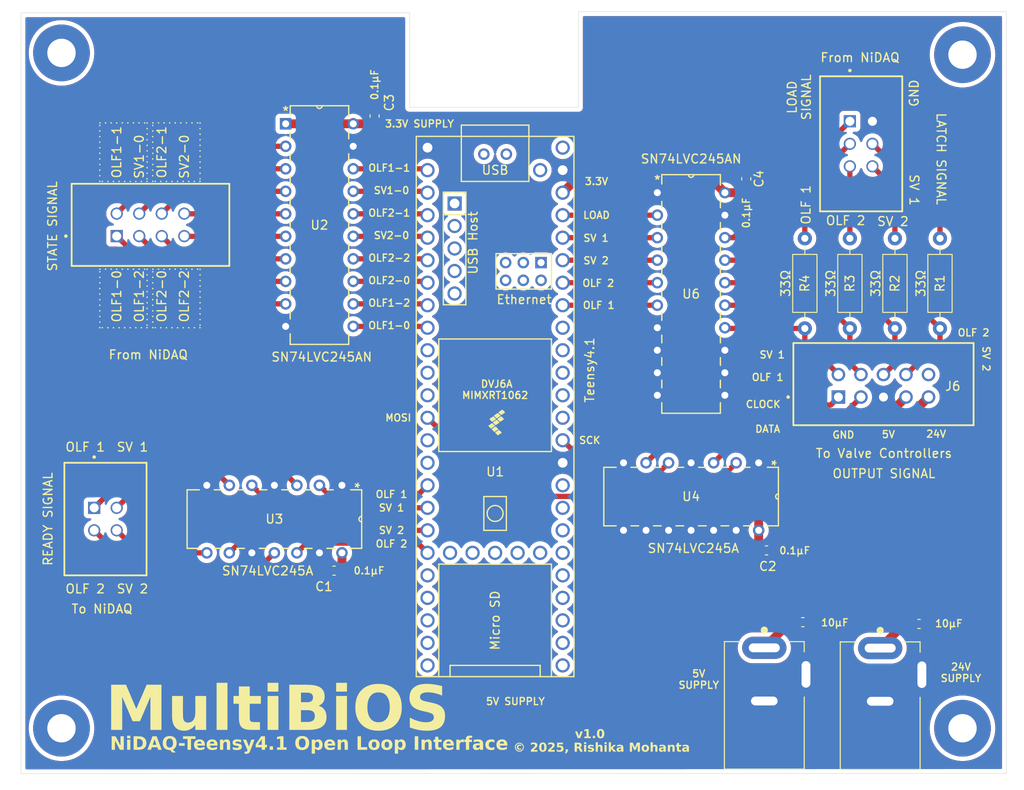
<source format=kicad_pcb>
(kicad_pcb (version 20241229) (generator "pcbnew") (generator_version "9.0")
  (layers (0 "F.Cu" signal "Front") (2 "B.Cu" signal "Back") (13 "F.Paste" user) (15 "B.Paste" user) (5 "F.SilkS" user "F.Silkscreen") (7 "B.SilkS" user "B.Silkscreen") (1 "F.Mask" user) (3 "B.Mask" user) (25 "Edge.Cuts" user))
  (net 0 "")
  (net 1 "+5V")
  (net 2 "GND")
  (net 3 "Net-(U2-DIR)")
  (net 4 "Net-(U2-A8)")
  (net 5 "Net-(U2-A2)")
  (net 6 "Net-(U2-A3)")
  (net 7 "Net-(U2-A5)")
  (net 8 "Net-(U2-A7)")
  (net 9 "Net-(U2-A4)")
  (net 10 "Net-(U2-A6)")
  (net 11 "Net-(U2-A1)")
  (net 12 "Net-(J2-Pad06)")
  (net 13 "Net-(U6-B1)")
  (net 14 "Net-(J2-Pad04)")
  (net 15 "Net-(U3-1Y)")
  (net 16 "Net-(U3-3Y)")
  (net 17 "Net-(U3-4Y)")
  (net 18 "Net-(U3-2Y)")
  (net 19 "Net-(U4-2Y)")
  (net 20 "Net-(U4-1Y)")
  (net 21 "Net-(U6-B3)")
  (net 22 "Net-(U6-B4)")
  (net 23 "Net-(U6-B5)")
  (net 24 "Net-(U6-B2)")
  (net 25 "Net-(U1-0_RX1_CRX2_CS1)")
  (net 28 "Net-(U1-13_SCK_LED)")
  (net 34 "Net-(U1-4_BCLK2)")
  (net 35 "Net-(U1-11_MOSI_CTX1)")
  (net 38 "Net-(U1-5_IN2)")
  (net 45 "Net-(U1-21_A7_RX5_BCLK1)")
  (net 46 "Net-(U1-1_TX1_CTX2_MISO1)")
  (net 49 "Net-(U1-23_A9_CRX1_MCLK1)")
  (net 58 "Net-(U1-22_A8_CTX1)")
  (net 59 "Net-(U1-19_A5_SCL)")
  (net 62 "Net-(U1-7_RX2_OUT1A)")
  (net 67 "Net-(U1-2_OUT2)")
  (net 72 "Net-(U1-3_LRCLK2)")
  (net 73 "Net-(U1-20_A6_TX5_LRCLK1)")
  (net 75 "Net-(U1-6_OUT1D)")
  (net 80 "Net-(J2-Pad05)")
  (net 81 "Net-(U1-26_A12_MOSI1)")
  (net 86 "Net-(U1-24_A10_TX6_SCL2)")
  (net 87 "Net-(U1-27_A13_SCK1)")
  (net 88 "Net-(U1-25_A11_RX6_SDA2)")
  (net 93 "+24V")
  (net 95 "Net-(J2-Pad03)")
  (footprint "TST-103-01-G-D:SAMTEC_TST-103-03-T-D" (layer "F.Cu") (at 213.9922 55.1942 -90)
    (property "Reference" "J2" (hide yes))
    (property "Value" "TST-103-03-T-D")
  )
  (footprint "SN74LVC245AN:N20" (layer "F.Cu") (at 199.898 86.106)
    (property "Reference" "U6")
    (property "Value" "SN74LVC245AN")
  )
  (footprint "Teensy:Teensy41" (layer "F.Cu") (at 173.9872 87.376 -90)
    (property "Reference" "U1")
    (property "Value" "Teensy4.1")
  )
  (footprint "Capacitor_SMD:C_0603_1608Metric" (layer "F.Cu") (at 221.7928 111.9124)
    (property "Reference" "C6" (hide yes))
    (property "Value" "10u")
  )
  (footprint "Capacitor_SMD:C_0603_1608Metric" (layer "F.Cu") (at 202.3082 61.687 -90)
    (property "Reference" "C4")
    (property "Value" "0.1u")
  )
  (footprint "Resistor_THT:R_Axial_DIN0207_L6.3mm_D2.5mm_P10.16mm_Horizontal" (layer "F.Cu") (at 219.0722 78.5622 90)
    (property "Reference" "R2")
    (property "Value" "33")
  )
  (footprint "TST-105-01-G-D:SAMTEC_TST-105-01-X-D" (layer "F.Cu") (at 217.7796 85.0392)
    (property "Reference" "J6")
    (property "Value" "TST-105-01-X-D")
  )
  (footprint "TST-104-01-G-D:SAMTEC_TST-104-01-G-D" (layer "F.Cu") (at 131.318 68.1482)
    (property "Reference" "J1" (hide yes))
    (property "Value" "TST-104-01-G-D")
  )
  (footprint "Resistor_THT:R_Axial_DIN0207_L6.3mm_D2.5mm_P10.16mm_Horizontal" (layer "F.Cu") (at 208.9122 78.5622 90)
    (property "Reference" "R4")
    (property "Value" "33")
  )
  (footprint "Resistor_THT:R_Axial_DIN0207_L6.3mm_D2.5mm_P10.16mm_Horizontal" (layer "F.Cu") (at 224.1522 78.5622 90)
    (property "Reference" "R1")
    (property "Value" "33")
  )
  (footprint "Resistor_THT:R_Axial_DIN0207_L6.3mm_D2.5mm_P10.16mm_Horizontal" (layer "F.Cu") (at 213.9922 78.5622 90)
    (property "Reference" "R3")
    (property "Value" "33")
  )
  (footprint "Capacitor_SMD:C_0603_1608Metric" (layer "F.Cu") (at 160.3982 54.588 90)
    (property "Reference" "C3")
    (property "Value" "0.1u")
  )
  (footprint "TST-102-01-G-D:SAMTEC_TST-102-01-G-D" (layer "F.Cu") (at 128.778 98.806 -90)
    (property "Reference" "J3" (hide yes))
    (property "Value" "TST-102-01-G-D")
  )
  (footprint "SN74AHCT125N:N14" (layer "F.Cu") (at 188.468 101.346 -90)
    (property "Reference" "U4")
    (property "Value" "SN74AHCT125N")
  )
  (footprint "SN74AHCT125N:N14" (layer "F.Cu") (at 141.478 103.886 -90)
    (property "Reference" "U3")
    (property "Value" "SN74AHCT125N")
  )
  (footprint "Capacitor_SMD:C_0603_1608Metric" (layer "F.Cu") (at 204.5942 103.61)
    (property "Reference" "C2")
    (property "Value" "0.1u")
  )
  (footprint "SN74LVC245AN:N20" (layer "F.Cu") (at 157.988 78.3336)
    (property "Reference" "U2")
    (property "Value" "SN74LVC245AN")
  )
  (footprint "MountingHole:MountingHole_3.2mm_M3_Pad" (layer "F.Cu") (at 226.6922 47.6792)
    (property "Reference" "H2" (hide yes))
    (property "Value" "MountingHole_Pad")
  )
  (footprint "MountingHole:MountingHole_3.2mm_M3_Pad" (layer "F.Cu") (at 125.0922 47.476)
    (property "Reference" "H1" (hide yes))
    (property "Value" "MountingHole_Pad")
  )
  (footprint "PJ-002B:CUI_PJ-002B" (layer "F.Cu") (at 204.342 114.602 -90)
    (property "Reference" "J5" (hide yes))
    (property "Value" "PJ-002B")
  )
  (footprint "Capacitor_SMD:C_0603_1608Metric" (layer "F.Cu") (at 208.6864 111.7092)
    (property "Reference" "C5" (hide yes))
    (property "Value" "10u")
  )
  (footprint "Capacitor_SMD:C_0603_1608Metric" (layer "F.Cu") (at 155.8262 105.896 180)
    (property "Reference" "C1")
    (property "Value" "0.1u")
  )
  (footprint "MountingHole:MountingHole_3.2mm_M3_Pad" (layer "F.Cu") (at 125.0922 123.676)
    (property "Reference" "H3" (hide yes))
    (property "Value" "MountingHole_Pad")
  )
  (footprint "MountingHole:MountingHole_3.2mm_M3_Pad" (layer "F.Cu") (at 226.6922 123.676)
    (property "Reference" "H4" (hide yes))
    (property "Value" "MountingHole_Pad")
  )
  (footprint "PJ-002B:CUI_PJ-002B" (layer "F.Cu") (at 217.4094 114.6343 -90)
    (property "Reference" "J7" (hide yes))
    (property "Value" "PJ-002B")
  )
  (gr_rect (start 129.413 55.372) (end 134.747 61.976) (stroke (width 0.15) (type dot)) (fill no) (layer "F.SilkS"))
  (gr_rect (start 135.382 71.882) (end 140.716 78.486) (stroke (width 0.15) (type dot)) (fill no) (layer "F.SilkS"))
  (gr_rect (start 135.382 55.372) (end 140.716 61.976) (stroke (width 0.15) (type dot)) (fill no) (layer "F.SilkS"))
  (gr_rect (start 129.413 71.882) (end 134.747 78.486) (stroke (width 0.15) (type dot)) (fill no) (layer "F.SilkS"))
  (gr_poly (pts (xy 231.648 42.8278) (xy 231.648 128.777929) (xy 120.523 128.806643) (xy 120.523 42.9548) (xy 164.338 42.9548) (xy 164.338 53.6228) (xy 183.388 53.6228) (xy 183.388 42.8278)) (stroke (width 0.05)) (fill no) (layer "Edge.Cuts"))
  (gr_text "SV 2" (at 229.362 81.9912 270) (layer "F.SilkS") (effects (font (size 0.8 0.8))))
  (gr_text "OLF 2" (at 127.762 107.95 0) (layer "F.SilkS") (effects (font (size 1 1))))
  (gr_text "Teensy4.1" (at 184.658 83.2612 90) (layer "F.SilkS") (effects (font (size 1 1))))
  (gr_text "OLF2-2" (at 138.938 74.93 90) (layer "F.SilkS") (effects (font (size 1 1))))
  (gr_text "MultiBiOS" (at 130.048 124.714 0) (layer "F.SilkS") (effects (font (size 5 5) (thickness 0.15) (bold yes)) (justify left bottom)))
  (gr_text "SV 2" (at 218.8464 66.4972 0) (layer "F.SilkS") (effects (font (size 1 1))))
  (gr_text "OLF1-2" (at 133.858 74.93 90) (layer "F.SilkS") (effects (font (size 1 1))))
  (gr_text "OLF2-0" (at 162.052 73.152 0) (layer "F.SilkS") (effects (font (size 0.8 0.8))))
  (gr_text "SV 1" (at 221.234 62.9412 270) (layer "F.SilkS") (effects (font (size 1 1))))
  (gr_text "24V\nSUPPLY" (at 226.5172 117.3988 0) (layer "F.SilkS") (effects (font (size 0.8 0.8))))
  (gr_text "OLF 2" (at 185.6232 73.4568 0) (layer "F.SilkS") (effects (font (size 0.8 0.8))))
  (gr_text "OLF1-2" (at 162.052 75.692 0) (layer "F.SilkS") (effects (font (size 0.8 0.8))))
  (gr_text "33Ω" (at 221.996 73.4822 90) (layer "F.SilkS") (effects (font (size 1 1))))
  (gr_text "To Valve Controllers" (at 217.8304 92.6592 0) (layer "F.SilkS") (effects (font (size 1 1))))
  (gr_text "SV 1" (at 133.096 91.948 0) (layer "F.SilkS") (effects (font (size 1 1))))
  (gr_text "LOAD\nSIGNAL" (at 208.28 52.4764 90) (layer "F.SilkS") (effects (font (size 1 1))))
  (gr_text "SV 2" (at 185.3692 70.9168 0) (layer "F.SilkS") (effects (font (size 0.8 0.8))))
  (gr_text "OLF1-0" (at 162.052 78.232 0) (layer "F.SilkS") (effects (font (size 0.8 0.8))))
  (gr_text "0.1μF" (at 207.772 103.632 0) (layer "F.SilkS") (effects (font (size 0.8 0.8))))
  (gr_text "SV2-0" (at 162.306 68.072 0) (layer "F.SilkS") (effects (font (size 0.8 0.8))))
  (gr_text "SV 2" (at 133.096 107.95 0) (layer "F.SilkS") (effects (font (size 1 1))))
  (gr_text "READY SIGNAL" (at 123.5682 100.076 90) (layer "F.SilkS") (effects (font (size 1 1))))
  (gr_text "OLF 1" (at 209.042 64.6176 90) (layer "F.SilkS") (effects (font (size 1 1))))
  (gr_text "OLF1-1" (at 131.318 58.674 90) (layer "F.SilkS") (effects (font (size 1 1))))
  (gr_text "OLF 1" (at 204.724 84.074 0) (layer "F.SilkS") (effects (font (size 0.8 0.8))))
  (gr_text "33Ω" (at 206.756 73.4822 90) (layer "F.SilkS") (effects (font (size 1 1))))
  (gr_text "SV 1" (at 185.3692 68.3768 0) (layer "F.SilkS") (effects (font (size 0.8 0.8))))
  (gr_text "NiDAQ-Teensy4.1 Open Loop Interface" (at 130.556 126.365 0) (layer "F.SilkS") (effects (font (size 1.5 1.5) (thickness 0.15) (bold yes)) (justify left bottom)))
  (gr_text "OLF1-0" (at 131.318 74.93 90) (layer "F.SilkS") (effects (font (size 1 1))))
  (gr_text "0.1μF" (at 159.766 105.896 0) (layer "F.SilkS") (effects (font (size 0.8 0.8))))
  (gr_text "3.3V SUPPLY" (at 165.4556 55.4736 0) (layer "F.SilkS") (effects (font (size 0.8 0.8))))
  (gr_text "OLF 1" (at 127.762 91.948 0) (layer "F.SilkS") (effects (font (size 1 1))))
  (gr_text "DATA" (at 204.724 89.916 0) (layer "F.SilkS") (effects (font (size 0.8 0.8))))
  (gr_text "5V\nSUPPLY" (at 196.9516 118.1608 0) (layer "F.SilkS") (effects (font (size 0.8 0.8))))
  (gr_text "OLF 1" (at 185.674 75.946 0) (layer "F.SilkS") (effects (font (size 0.8 0.8))))
  (gr_text "OUTPUT SIGNAL" (at 217.8304 94.9452 0) (layer "F.SilkS") (effects (font (size 1 1))))
  (gr_text "STATE SIGNAL" (at 124.0762 67.034 90) (layer "F.SilkS") (effects (font (size 1 1))))
  (gr_text "5V" (at 218.3384 90.5256 0) (layer "F.SilkS") (effects (font (size 0.8 0.8))))
  (gr_text "OLF 1" (at 162.306 97.282 0) (layer "F.SilkS") (effects (font (size 0.8 0.8))))
  (gr_text "SV2-0" (at 138.938 59.182 90) (layer "F.SilkS") (effects (font (size 1 1))))
  (gr_text "SN74LVC245AN" (at 196.088 59.436 0) (layer "F.SilkS") (effects (font (size 1 1))))
  (gr_text "OLF2-2" (at 162.052 70.612 0) (layer "F.SilkS") (effects (font (size 0.8 0.8))))
  (gr_text "SN74LVC245A" (at 196.342 103.378 0) (layer "F.SilkS") (effects (font (size 1 1))))
  (gr_text "SV 1" (at 205.232 81.534 0) (layer "F.SilkS") (effects (font (size 0.8 0.8))))
  (gr_text "OLF 2" (at 227.9396 79.0448 0) (layer "F.SilkS") (effects (font (size 0.8 0.8))))
  (gr_text "LOAD" (at 185.42 65.786 0) (layer "F.SilkS") (effects (font (size 0.8 0.8))))
  (gr_text "To NiDAQ" (at 129.6642 110.214 0) (layer "F.SilkS") (effects (font (size 1 1))))
  (gr_text "v1.0" (at 182.9816 124.968 0) (layer "F.SilkS") (effects (font (size 1 1) (thickness 0.15) (bold yes)) (justify left bottom)))
  (gr_text "SCK" (at 184.658 91.186 0) (layer "F.SilkS") (effects (font (size 0.8 0.8))))
  (gr_text "3.3V" (at 185.42 61.976 0) (layer "F.SilkS") (effects (font (size 0.8 0.8))))
  (gr_text "OLF1-1" (at 162.052 60.452 0) (layer "F.SilkS") (effects (font (size 0.8 0.8))))
  (gr_text "OLF2-1" (at 162.052 65.532 0) (layer "F.SilkS") (effects (font (size 0.8 0.8))))
  (gr_text "SV 1" (at 162.306 98.806 0) (layer "F.SilkS") (effects (font (size 0.8 0.8))))
  (gr_text "CLOCK" (at 204.216 87.122 0) (layer "F.SilkS") (effects (font (size 0.8 0.8))))
  (gr_text "MOSI" (at 163.068 88.646 0) (layer "F.SilkS") (effects (font (size 0.8 0.8))))
  (gr_text "0.1μF" (at 160.3982 51.054 90) (layer "F.SilkS") (effects (font (size 0.8 0.8))))
  (gr_text "24V" (at 223.7232 90.4748 0) (layer "F.SilkS") (effects (font (size 0.8 0.8))))
  (gr_text "SV 2" (at 162.306 101.346 0) (layer "F.SilkS") (effects (font (size 0.8 0.8))))
  (gr_text "SN74LVC245AN" (at 154.432 81.788 0) (layer "F.SilkS") (effects (font (size 1 1))))
  (gr_text "LATCH SIGNAL" (at 224.282 59.436 270) (layer "F.SilkS") (effects (font (size 1 1))))
  (gr_text "GND" (at 213.2584 90.5764 0) (layer "F.SilkS") (effects (font (size 0.8 0.8))))
  (gr_text "© 2025, Rishika Mohanta" (at 176.022 126.492 0) (layer "F.SilkS") (effects (font (size 1 1) (thickness 0.15) (bold yes)) (justify left bottom)))
  (gr_text "From NiDAQ" (at 134.874 81.534 0) (layer "F.SilkS") (effects (font (size 1 1))))
  (gr_text "33Ω" (at 211.836 73.4822 90) (layer "F.SilkS") (effects (font (size 1 1))))
  (gr_text "SV1-0" (at 162.306 62.992 0) (layer "F.SilkS") (effects (font (size 0.8 0.8))))
  (gr_text "OLF 2" (at 213.5124 66.3956 0) (layer "F.SilkS") (effects (font (size 1 1))))
  (gr_text "33Ω" (at 216.916 73.4822 90) (layer "F.SilkS") (effects (font (size 1 1))))
  (gr_text "GND" (at 221.234 52.0192 90) (layer "F.SilkS") (effects (font (size 1 1))))
  (gr_text "10μF" (at 212.2932 111.76 0) (layer "F.SilkS") (effects (font (size 0.8 0.8))))
  (gr_text "OLF2-0" (at 136.398 74.93 90) (layer "F.SilkS") (effects (font (size 1 1))))
  (gr_text "OLF2-1" (at 136.398 58.674 90) (layer "F.SilkS") (effects (font (size 1 1))))
  (gr_text "OLF 2" (at 162.306 102.87 0) (layer "F.SilkS") (effects (font (size 0.8 0.8))))
  (gr_text "SN74LVC245A" (at 148.336 105.918 0) (layer "F.SilkS") (effects (font (size 1 1))))
  (gr_text "10μF" (at 225.1456 111.8616 0) (layer "F.SilkS") (effects (font (size 0.8 0.8))))
  (gr_text "5V SUPPLY" (at 176.276 120.65 0) (layer "F.SilkS") (effects (font (size 0.8 0.8))))
  (gr_text "From NiDAQ" (at 215.138 48.006 0) (layer "F.SilkS") (effects (font (size 1 1))))
  (gr_text "SV1-0" (at 133.858 59.182 90) (layer "F.SilkS") (effects (font (size 1 1))))
  (gr_text "0.1μF" (at 202.3082 65.532 90) (layer "F.SilkS") (effects (font (size 0.8 0.8))))
  (segment (start 203.708 99.1334) (end 209.0392 93.8022) (width 1) (layer "F.Cu") (net 1))
  (segment (start 207.2348 111.7092) (end 204.342 114.602) (width 1) (layer "F.Cu") (net 1))
  (segment (start 209.0392 93.8022) (end 212.8266 93.8022) (width 1) (layer "F.Cu") (net 1))
  (segment (start 207.9114 111.7092) (end 207.2348 111.7092) (width 1) (layer "F.Cu") (net 1))
  (segment (start 156.718 111.6138) (end 156.718 111.484) (width 1) (layer "F.Cu") (net 1))
  (segment (start 203.708 101.346) (end 203.708 99.1334) (width 1) (layer "F.Cu") (net 1))
  (segment (start 220.3196 86.3092) (end 216.2556 90.3732) (width 1) (layer "F.Cu") (net 1))
  (segment (start 212.8266 93.8022) (end 207.9114 98.7174) (width 1) (layer "F.Cu") (net 1))
  (segment (start 203.607 104.0892) (end 203.708 104.0892) (width 1) (layer "F.Cu") (net 1))
  (segment (start 156.718 103.886) (end 156.718 105.9942) (width 1) (layer "F.Cu") (net 1))
  (segment (start 156.718 105.9942) (end 156.718 111.484) (width 1) (layer "F.Cu") (net 1))
  (segment (start 165.7322 120.628) (end 156.718 111.6138) (width 1) (layer "F.Cu") (net 1))
  (segment (start 204.342 114.602) (end 206.361 114.602) (width 1) (layer "F.Cu") (net 1))
  (segment (start 203.708 104.0892) (end 203.708 101.346) (width 1) (layer "F.Cu") (net 1))
  (segment (start 187.0682 120.628) (end 203.607 104.0892) (width 1) (layer "F.Cu") (net 1))
  (segment (start 165.7322 120.628) (end 187.0682 120.628) (width 1) (layer "F.Cu") (net 1))
  (segment (start 212.8266 93.8022) (end 216.2556 90.3732) (width 1) (layer "F.Cu") (net 1))
  (segment (start 207.9114 98.7174) (end 207.9114 111.7092) (width 1) (layer "F.Cu") (net 1))
  (segment (start 181.6072 63.246) (end 182.9059 61.9473) (width 1) (layer "F.Cu") (net 3))
  (segment (start 201.5242 63.246) (end 202.3082 62.462) (width 1) (layer "F.Cu") (net 3))
  (segment (start 161.6682 55.4736) (end 157.988 55.4736) (width 1) (layer "F.Cu") (net 3))
  (segment (start 163.1922 55.4736) (end 161.6682 55.4736) (width 1) (layer "F.Cu") (net 3))
  (segment (start 182.9059 61.9473) (end 188.5922 61.9473) (width 1) (layer "F.Cu") (net 3))
  (segment (start 190.5722 61.9473) (end 198.5993 61.9473) (width 1) (layer "F.Cu") (net 3))
  (segment (start 199.898 63.246) (end 201.5242 63.246) (width 1) (layer "F.Cu") (net 3))
  (segment (start 188.5922 61.9473) (end 182.1185 55.4736) (width 1) (layer "F.Cu") (net 3))
  (segment (start 182.1185 55.4736) (end 163.1922 55.4736) (width 1) (layer "F.Cu") (net 3))
  (segment (start 198.5993 61.9473) (end 199.898 63.246) (width 1) (layer "F.Cu") (net 3))
  (segment (start 188.5922 61.9473) (end 190.5722 61.9473) (width 1) (layer "F.Cu") (net 3))
  (segment (start 150.368 55.4736) (end 157.988 55.4736) (width 1) (layer "F.Cu") (net 3))
  (segment (start 138.9634 75.7936) (end 131.318 68.1482) (width 0.6) (layer "F.Cu") (net 4))
  (segment (start 150.368 75.7936) (end 138.9634 75.7936) (width 0.6) (layer "F.Cu") (net 4))
  (segment (start 150.368 60.5536) (end 138.9126 60.5536) (width 0.6) (layer "F.Cu") (net 5))
  (segment (start 138.9126 60.5536) (end 133.858 65.6082) (width 0.6) (layer "F.Cu") (net 5))
  (segment (start 150.368 63.0936) (end 138.9126 63.0936) (width 0.6) (layer "F.Cu") (net 6))
  (segment (start 138.9126 63.0936) (end 136.398 65.6082) (width 0.6) (layer "F.Cu") (net 6))
  (segment (start 138.9634 68.1736) (end 138.938 68.1482) (width 0.6) (layer "F.Cu") (net 7))
  (segment (start 150.368 68.1736) (end 138.9634 68.1736) (width 0.6) (layer "F.Cu") (net 7))
  (segment (start 150.368 73.2536) (end 138.9634 73.2536) (width 0.6) (layer "F.Cu") (net 8))
  (segment (start 138.9634 73.2536) (end 133.858 68.1482) (width 0.6) (layer "F.Cu") (net 8))
  (segment (start 150.368 65.6336) (end 138.9634 65.6336) (width 0.6) (layer "F.Cu") (net 9))
  (segment (start 138.9634 65.6336) (end 138.938 65.6082) (width 0.6) (layer "F.Cu") (net 9))
  (segment (start 150.368 70.7136) (end 138.9634 70.7136) (width 0.6) (layer "F.Cu") (net 10))
  (segment (start 138.9634 70.7136) (end 136.398 68.1482) (width 0.6) (layer "F.Cu") (net 10))
  (segment (start 138.9126 58.0136) (end 131.318 65.6082) (width 0.6) (layer "F.Cu") (net 11))
  (segment (start 150.368 58.0136) (end 138.9126 58.0136) (width 0.6) (layer "F.Cu") (net 11))
  (segment (start 216.5322 60.2742) (end 219.0722 62.8142) (width 0.6) (layer "F.Cu") (net 12))
  (segment (start 219.0722 62.8142) (end 219.0722 68.4022) (width 0.6) (layer "F.Cu") (net 12))
  (segment (start 213.9922 55.1942) (end 200.8604 68.326) (width 0.6) (layer "F.Cu") (net 13))
  (segment (start 200.8604 68.326) (end 199.898 68.326) (width 0.6) (layer "F.Cu") (net 13))
  (segment (start 224.1522 65.3542) (end 224.1522 68.4022) (width 0.6) (layer "F.Cu") (net 14))
  (segment (start 216.5322 57.7342) (end 224.1522 65.3542) (width 0.6) (layer "F.Cu") (net 14))
  (segment (start 133.6548 93.9292) (end 149.3012 93.9292) (width 0.6) (layer "F.Cu") (net 15))
  (segment (start 128.778 98.806) (end 133.6548 93.9292) (width 0.6) (layer "F.Cu") (net 15))
  (segment (start 149.3012 93.9292) (end 151.638 96.266) (width 0.6) (layer "F.Cu") (net 15))
  (segment (start 133.858 103.886) (end 141.478 103.886) (width 0.6) (layer "F.Cu") (net 16))
  (segment (start 131.318 101.346) (end 133.858 103.886) (width 0.6) (layer "F.Cu") (net 16))
  (segment (start 128.778 101.346) (end 133.4262 105.9942) (width 0.6) (layer "F.Cu") (net 17))
  (segment (start 146.9898 105.9942) (end 149.098 103.886) (width 0.6) (layer "F.Cu") (net 17))
  (segment (start 133.4262 105.9942) (end 146.9898 105.9942) (width 0.6) (layer "F.Cu") (net 17))
  (segment (start 144.018 96.266) (end 142.9193 95.1673) (width 0.6) (layer "F.Cu") (net 18))
  (segment (start 142.9193 95.1673) (end 134.9567 95.1673) (width 0.6) (layer "F.Cu") (net 18))
  (segment (start 134.9567 95.1673) (end 131.318 98.806) (width 0.6) (layer "F.Cu") (net 18))
  (segment (start 206.501038 86.9047) (end 206.501038 86.5047) (width 0.6) (layer "F.Cu") (net 19))
  (segment (start 202.751038 86.9047) (end 202.751038 87.2047) (width 0.6) (layer "F.Cu") (net 19))
  (segment (start 206.501038 87.2047) (end 206.501038 86.9047) (width 0.6) (layer "F.Cu") (net 19))
  (segment (start 195.837293 88.896704) (end 195.837295 88.896705) (width 0.6) (layer "F.Cu") (net 19))
  (segment (start 194.03417 90.275569) (end 194.246302 90.487701) (width 0.6) (layer "F.Cu") (net 19))
  (segment (start 207.701038 87.2047) (end 208.297097 87.2047) (width 0.6) (layer "F.Cu") (net 19))
  (segment (start 196.57976 88.154243) (end 196.685825 88.048176) (width 0.6) (layer "F.Cu") (net 19))
  (segment (start 196.685825 88.048176) (end 197.136822 87.597178) (width 0.6) (layer "F.Cu") (net 19))
  (segment (start 202.301038 86.2047) (end 202.451038 86.2047) (width 0.6) (layer "F.Cu") (net 19))
  (segment (start 202.751038 87.2047) (end 202.751038 87.9047) (width 0.6) (layer "F.Cu") (net 19))
  (segment (start 205.751038 86.5047) (end 205.751038 87.2047) (width 0.6) (layer "F.Cu") (net 19))
  (segment (start 195.837295 88.896705) (end 195.625163 88.684573) (width 0.6) (layer "F.Cu") (net 19))
  (segment (start 204.251038 86.5047) (end 204.251038 87.2047) (width 0.6) (layer "F.Cu") (net 19))
  (segment (start 194.77663 89.957367) (end 194.776632 89.957368) (width 0.6) (layer "F.Cu") (net 19))
  (segment (start 203.501038 87.9047) (end 203.501038 87.2047) (width 0.6) (layer "F.Cu") (net 19))
  (segment (start 197.136822 87.597178) (end 197.5293 87.2047) (width 0.6) (layer "F.Cu") (net 19))
  (segment (start 211.8267 87.2047) (end 212.7222 86.3092) (width 0.6) (layer "F.Cu") (net 19))
  (segment (start 195.342321 87.977467) (end 195.448389 87.8714) (width 0.6) (layer "F.Cu") (net 19))
  (segment (start 191.008 93.726) (end 193.503837 91.230163) (width 0.6) (layer "F.Cu") (net 19))
  (segment (start 195.271605 90.452342) (end 194.77663 89.957367) (width 0.6) (layer "F.Cu") (net 19))
  (segment (start 193.751327 89.992726) (end 194.03417 90.275569) (width 0.6) (layer "F.Cu") (net 19))
  (segment (start 202.751038 86.5047) (end 202.751038 86.9047) (width 0.6) (layer "F.Cu") (net 19))
  (segment (start 203.801038 86.2047) (end 203.951038 86.2047) (width 0.6) (layer "F.Cu") (net 19))
  (segment (start 195.306964 89.427036) (end 195.801938 89.92201) (width 0.6) (layer "F.Cu") (net 19))
  (segment (start 196.226202 89.92201) (end 196.332268 89.815943) (width 0.6) (layer "F.Cu") (net 19))
  (segment (start 195.625163 88.684573) (end 195.342321 88.401731) (width 0.6) (layer "F.Cu") (net 19))
  (segment (start 206.801038 86.2047) (end 206.951038 86.2047) (width 0.6) (layer "F.Cu") (net 19))
  (segment (start 193.220995 90.098793) (end 193.327063 89.992726) (width 0.6) (layer "F.Cu") (net 19))
  (segment (start 196.332268 89.391679) (end 195.837293 88.896704) (width 0.6) (layer "F.Cu") (net 19))
  (segment (start 205.301038 86.2047) (end 205.451038 86.2047) (width 0.6) (layer "F.Cu") (net 19))
  (segment (start 206.051038 88.2047) (end 206.201038 88.2047) (width 0.6) (layer "F.Cu") (net 19))
  (segment (start 206.501038 87.9047) (end 206.501038 87.2047) (width 0.6) (layer "F.Cu") (net 19))
  (segment (start 197.5293 87.2047) (end 201.701038 87.2047) (width 0.6) (layer "F.Cu") (net 19))
  (segment (start 203.051038 88.2047) (end 203.201038 88.2047) (width 0.6) (layer "F.Cu") (net 19))
  (segment (start 208.297097 87.2047) (end 211.8267 87.2047) (width 0.6) (layer "F.Cu") (net 19))
  (segment (start 205.751038 87.2047) (end 205.751038 87.9047) (width 0.6) (layer "F.Cu") (net 19))
  (segment (start 194.81199 88.932063) (end 195.306965 89.427038) (width 0.6) (layer "F.Cu") (net 19))
  (segment (start 207.251038 86.5047) (end 207.251038 86.9047) (width 0.6) (layer "F.Cu") (net 19))
  (segment (start 203.501038 87.2047) (end 203.501038 86.5047) (width 0.6) (layer "F.Cu") (net 19))
  (segment (start 194.281658 89.03813) (end 194.387726 88.932063) (width 0.6) (layer "F.Cu") (net 19))
  (segment (start 204.251038 87.2047) (end 204.251038 87.9047) (width 0.6) (layer "F.Cu") (net 19))
  (segment (start 195.165539 90.982673) (end 195.271605 90.876606) (width 0.6) (layer "F.Cu") (net 19))
  (segment (start 204.551038 88.2047) (end 204.701038 88.2047) (width 0.6) (layer "F.Cu") (net 19))
  (segment (start 205.001038 87.2047) (end 205.001038 86.5047) (width 0.6) (layer "F.Cu") (net 19))
  (segment (start 202.001038 86.9047) (end 202.001038 86.5047) (width 0.6) (layer "F.Cu") (net 19))
  (segment (start 193.503837 90.805899) (end 193.220995 90.523057) (width 0.6) (layer "F.Cu") (net 19))
  (segment (start 195.872653 87.8714) (end 196.155496 88.154243) (width 0.6) (layer "F.Cu") (net 19))
  (segment (start 194.246302 90.487701) (end 194.246301 90.487699) (width 0.6) (layer "F.Cu") (net 19))
  (segment (start 205.001038 87.9047) (end 205.001038 87.2047) (width 0.6) (layer "F.Cu") (net 19))
  (segment (start 207.551038 87.2047) (end 207.701038 87.2047) (width 0.6) (layer "F.Cu") (net 19))
  (segment (start 194.246301 90.487699) (end 194.741275 90.982673) (width 0.6) (layer "F.Cu") (net 19))
  (segment (start 194.776632 89.957368) (end 194.281658 89.462394) (width 0.6) (layer "F.Cu") (net 19))
  (segment (start 195.306965 89.427038) (end 195.306964 89.427036) (width 0.6) (layer "F.Cu") (net 19))
  (arc (start 195.801938 89.92201) (mid 196.01407 90.009878) (end 196.226202 89.92201) (width 0.6) (layer "F.Cu") (net 19))
  (arc (start 201.701038 87.2047) (mid 201.91317 87.116832) (end 202.001038 86.9047) (width 0.6) (layer "F.Cu") (net 19))
  (arc (start 203.951038 86.2047) (mid 204.16317 86.292568) (end 204.251038 86.5047) (width 0.6) (layer "F.Cu") (net 19))
  (arc (start 206.201038 88.2047) (mid 206.41317 88.116832) (end 206.501038 87.9047) (width 0.6) (layer "F.Cu") (net 19))
  (arc (start 193.327063 89.992726) (mid 193.539195 89.904858) (end 193.751327 89.992726) (width 0.6) (layer "F.Cu") (net 19))
  (arc (start 194.281658 89.462394) (mid 194.19379 89.250262) (end 194.281658 89.03813) (width 0.6) (layer "F.Cu") (net 19))
  (arc (start 203.501038 86.5047) (mid 203.588906 86.292568) (end 203.801038 86.2047) (width 0.6) (layer "F.Cu") (net 19))
  (arc (start 205.751038 87.9047) (mid 205.838906 88.116832) (end 206.051038 88.2047) (width 0.6) (layer "F.Cu") (net 19))
  (arc (start 202.001038 86.5047) (mid 202.088906 86.292568) (end 202.301038 86.2047) (width 0.6) (layer "F.Cu") (net 19))
  (arc (start 196.155496 88.154243) (mid 196.367628 88.242111) (end 196.57976 88.154243) (width 0.6) (layer "F.Cu") (net 19))
  (arc (start 194.387726 88.932063) (mid 194.599858 88.844195) (end 194.81199 88.932063) (width 0.6) (layer "F.Cu") (net 19))
  (arc (start 207.251038 86.9047) (mid 207.338906 87.116832) (end 207.551038 87.2047) (width 0.6) (layer "F.Cu") (net 19))
  (arc (start 204.701038 88.2047) (mid 204.91317 88.116832) (end 205.001038 87.9047) (width 0.6) (layer "F.Cu") (net 19))
  (arc (start 195.271605 90.876606) (mid 195.359473 90.664474) (end 195.271605 90.452342) (width 0.6) (layer "F.Cu") (net 19))
  (arc (start 205.451038 86.2047) (mid 205.66317 86.292568) (end 205.751038 86.5047) (width 0.6) (layer "F.Cu") (net 19))
  (arc (start 203.201038 88.2047) (mid 203.41317 88.116832) (end 203.501038 87.9047) (width 0.6) (layer "F.Cu") (net 19))
  (arc (start 196.332268 89.815943) (mid 196.420136 89.603811) (end 196.332268 89.391679) (width 0.6) (layer "F.Cu") (net 19))
  (arc (start 193.220995 90.523057) (mid 193.133127 90.310925) (end 193.220995 90.098793) (width 0.6) (layer "F.Cu") (net 19))
  (arc (start 206.951038 86.2047) (mid 207.16317 86.292568) (end 207.251038 86.5047) (width 0.6) (layer "F.Cu") (net 19))
  (arc (start 204.251038 87.9047) (mid 204.338906 88.116832) (end 204.551038 88.2047) (width 0.6) (layer "F.Cu") (net 19))
  (arc (start 194.741275 90.982673) (mid 194.953407 91.070541) (end 195.165539 90.982673) (width 0.6) (layer "F.Cu") (net 19))
  (arc (start 193.503837 91.230163) (mid 193.591705 91.018031) (end 193.503837 90.805899) (width 0.6) (layer "F.Cu") (net 19))
  (arc (start 205.001038 86.5047) (mid 205.088906 86.292568) (end 205.301038 86.2047) (width 0.6) (layer "F.Cu") (net 19))
  (arc (start 195.342321 88.401731) (mid 195.254453 88.189599) (end 195.342321 87.977467) (width 0.6) (layer "F.Cu") (net 19))
  (arc (start 206.501038 86.5047) (mid 206.588906 86.292568) (end 206.801038 86.2047) (width 0.6) (layer "F.Cu") (net 19))
  (arc (start 195.448389 87.8714) (mid 195.660521 87.783532) (end 195.872653 87.8714) (width 0.6) (layer "F.Cu") (net 19))
  (arc (start 202.751038 87.9047) (mid 202.838906 88.116832) (end 203.051038 88.2047) (width 0.6) (layer "F.Cu") (net 19))
  (arc (start 202.451038 86.2047) (mid 202.66317 86.292568) (end 202.751038 86.5047) (width 0.6) (layer "F.Cu") (net 19))
  (segment (start 198.628 93.726) (end 202.4933 89.8607) (width 0.6) (layer "F.Cu") (net 20))
  (segment (start 202.4933 89.8607) (end 211.7107 89.8607) (width 0.6) (layer "F.Cu") (net 20))
  (segment (start 211.7107 89.8607) (end 215.2622 86.3092) (width 0.6) (layer "F.Cu") (net 20))
  (segment (start 213.916 73.406) (end 199.898 73.406) (width 0.6) (layer "F.Cu") (net 21))
  (segment (start 219.0722 82.4992) (end 217.8022 83.7692) (width 0.6) (layer "F.Cu") (net 21))
  (segment (start 219.0722 78.5622) (end 213.916 73.406) (width 0.6) (layer "F.Cu") (net 21))
  (segment (start 219.0722 78.5622) (end 219.0722 82.4992) (width 0.6) (layer "F.Cu") (net 21))
  (segment (start 213.9922 82.4992) (end 215.2622 83.7692) (width 0.6) (layer "F.Cu") (net 22))
  (segment (start 213.9922 78.5622) (end 211.376 75.946) (width 0.6) (layer "F.Cu") (net 22))
  (segment (start 211.376 75.946) (end 199.898 75.946) (width 0.6) (layer "F.Cu") (net 22))
  (segment (start 213.9922 78.5622) (end 213.9922 82.4992) (width 0.6) (layer "F.Cu") (net 22))
  (segment (start 199.9742 78.5622) (end 199.898 78.486) (width 0.6) (layer "F.Cu") (net 23))
  (segment (start 208.9122 78.5622) (end 199.9742 78.5622) (width 0.6) (layer "F.Cu") (net 23))
  (segment (start 208.9122 78.5622) (end 208.9122 79.9592) (width 0.6) (layer "F.Cu") (net 23))
  (segment (start 208.9122 79.9592) (end 212.7222 83.7692) (width 0.6) (layer "F.Cu") (net 23))
  (segment (start 224.1522 79.9592) (end 220.3422 83.7692) (width 0.6) (layer "F.Cu") (net 24))
  (segment (start 216.456 70.866) (end 199.898 70.866) (width 0.6) (layer "F.Cu") (net 24))
  (segment (start 224.1522 78.5622) (end 224.1522 79.9592) (width 0.6) (layer "F.Cu") (net 24))
  (segment (start 224.1522 78.5622) (end 216.456 70.866) (width 0.6) (layer "F.Cu") (net 24))
  (segment (start 166.2148 60.5536) (end 166.3672 60.706) (width 0.6) (layer "F.Cu") (net 25))
  (segment (start 157.988 60.5536) (end 166.2148 60.5536) (width 0.6) (layer "F.Cu") (net 25))
  (segment (start 191.4398 95.8342) (end 193.548 93.726) (width 0.6) (layer "F.Cu") (net 28))
  (segment (start 181.6072 91.186) (end 186.2554 95.8342) (width 0.6) (layer "F.Cu") (net 28))
  (segment (start 186.2554 95.8342) (end 191.4398 95.8342) (width 0.6) (layer "F.Cu") (net 28))
  (segment (start 157.988 70.7136) (end 166.2148 70.7136) (width 0.6) (layer "F.Cu") (net 34))
  (segment (start 166.2148 70.7136) (end 166.3672 70.866) (width 0.6) (layer "F.Cu") (net 34))
  (segment (start 175.2382 97.517) (end 166.3672 88.646) (width 0.6) (layer "F.Cu") (net 35))
  (segment (start 201.168 93.726) (end 197.377 97.517) (width 0.6) (layer "F.Cu") (net 35))
  (segment (start 197.377 97.517) (end 175.2382 97.517) (width 0.6) (layer "F.Cu") (net 35))
  (segment (start 157.988 73.2536) (end 166.2148 73.2536) (width 0.6) (layer "F.Cu") (net 38))
  (segment (start 166.2148 73.2536) (end 166.3672 73.406) (width 0.6) (layer "F.Cu") (net 38))
  (segment (start 192.278 70.866) (end 181.6072 70.866) (width 0.6) (layer "F.Cu") (net 45))
  (segment (start 166.2148 63.0936) (end 166.3672 63.246) (width 0.6) (layer "F.Cu") (net 46))
  (segment (start 157.988 63.0936) (end 166.2148 63.0936) (width 0.6) (layer "F.Cu") (net 46))
  (segment (start 192.278 65.786) (end 181.6072 65.786) (width 0.6) (layer "F.Cu") (net 49))
  (segment (start 192.278 68.326) (end 181.6072 68.326) (width 0.6) (layer "F.Cu") (net 58))
  (segment (start 192.278 75.946) (end 181.6072 75.946) (width 0.6) (layer "F.Cu") (net 59))
  (segment (start 166.2148 78.3336) (end 166.3672 78.486) (width 0.6) (layer "F.Cu") (net 62))
  (segment (start 157.988 78.3336) (end 166.2148 78.3336) (width 0.6) (layer "F.Cu") (net 62))
  (segment (start 166.2148 65.6336) (end 166.3672 65.786) (width 0.6) (layer "F.Cu") (net 67))
  (segment (start 157.988 65.6336) (end 166.2148 65.6336) (width 0.6) (layer "F.Cu") (net 67))
  (segment (start 157.988 68.1736) (end 166.2148 68.1736) (width 0.6) (layer "F.Cu") (net 72))
  (segment (start 166.2148 68.1736) (end 166.3672 68.326) (width 0.6) (layer "F.Cu") (net 72))
  (segment (start 192.278 73.406) (end 181.6072 73.406) (width 0.6) (layer "F.Cu") (net 73))
  (segment (start 157.988 75.7936) (end 166.2148 75.7936) (width 0.6) (layer "F.Cu") (net 75))
  (segment (start 166.2148 75.7936) (end 166.3672 75.946) (width 0.6) (layer "F.Cu") (net 75))
  (segment (start 213.9922 60.2742) (end 213.9922 68.4022) (width 0.6) (layer "F.Cu") (net 80))
  (segment (start 144.018 103.886) (end 146.558 101.346) (width 0.6) (layer "F.Cu") (net 81))
  (segment (start 146.558 101.346) (end 166.3672 101.346) (width 0.6) (layer "F.Cu") (net 81))
  (segment (start 155.2767 97.3647) (end 154.178 96.266) (width 0.6) (layer "F.Cu") (net 86))
  (segment (start 165.2685 97.3647) (end 155.2767 97.3647) (width 0.6) (layer "F.Cu") (net 86))
  (segment (start 166.3672 96.266) (end 165.2685 97.3647) (width 0.6) (layer "F.Cu") (net 86))
  (segment (start 165.2685 102.7873) (end 152.7367 102.7873) (width 0.6) (layer "F.Cu") (net 87))
  (segment (start 152.7367 102.7873) (end 151.638 103.886) (width 0.6) (layer "F.Cu") (net 87))
  (segment (start 166.3672 103.886) (end 165.2685 102.7873) (width 0.6) (layer "F.Cu") (net 87))
  (segment (start 166.3672 98.806) (end 149.098 98.806) (width 0.6) (layer "F.Cu") (net 88))
  (segment (start 149.098 98.806) (end 146.558 96.266) (width 0.6) (layer "F.Cu") (net 88))
  (segment (start 222.8596 86.3092) (end 221.0178 88.151) (width 1) (layer "F.Cu") (net 93))
  (segment (start 221.0178 111.9124) (end 220.1313 111.9124) (width 1) (layer "F.Cu") (net 93))
  (segment (start 220.1313 111.9124) (end 217.4094 114.6343) (width 1) (layer "F.Cu") (net 93))
  (segment (start 221.0178 88.151) (end 221.0178 111.9124) (width 1) (layer "F.Cu") (net 93))
  (segment (start 208.9122 62.8142) (end 208.9122 68.4022) (width 0.6) (layer "F.Cu") (net 95))
  (segment (start 213.9922 57.7342) (end 208.9122 62.8142) (width 0.6) (layer "F.Cu") (net 95))
  (zone (net 2) (net_name "GND") (layers "F.Cu" "B.Cu") (connect_pads yes (clearance 0.5)) (min_thickness 0.25) (fill yes (thermal_gap 0.5) (thermal_bridge_width 0.5))
    (polygon (pts (xy 118.8692 41.507) (xy 233.0422 41.507) (xy 233.0422 130.661) (xy 118.8692 130.661)))
  )
)
</source>
